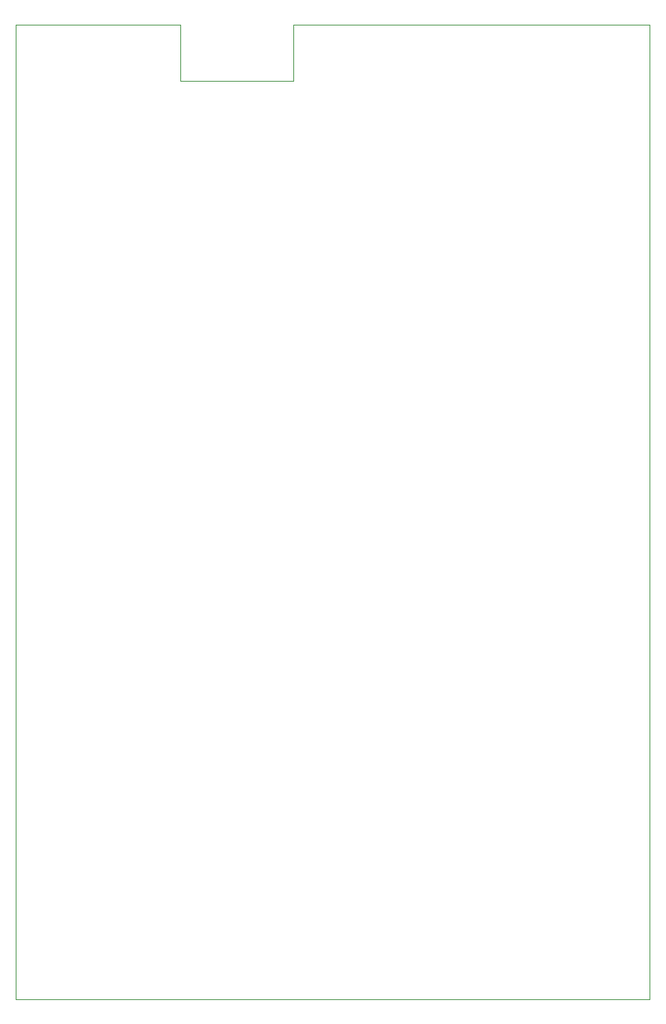
<source format=gbr>
%TF.GenerationSoftware,KiCad,Pcbnew,9.0.4*%
%TF.CreationDate,2025-11-02T13:51:21+01:00*%
%TF.ProjectId,controller,636f6e74-726f-46c6-9c65-722e6b696361,rev?*%
%TF.SameCoordinates,Original*%
%TF.FileFunction,Profile,NP*%
%FSLAX46Y46*%
G04 Gerber Fmt 4.6, Leading zero omitted, Abs format (unit mm)*
G04 Created by KiCad (PCBNEW 9.0.4) date 2025-11-02 13:51:21*
%MOMM*%
%LPD*%
G01*
G04 APERTURE LIST*
%TA.AperFunction,Profile*%
%ADD10C,0.050000*%
%TD*%
G04 APERTURE END LIST*
D10*
X53600000Y-35200000D02*
X66400000Y-35200000D01*
X66400000Y-28800000D01*
X106700000Y-28800000D01*
X106700000Y-139000000D01*
X35000000Y-139000000D01*
X35000000Y-28800000D01*
X53600000Y-28800000D01*
X53600000Y-35200000D01*
M02*

</source>
